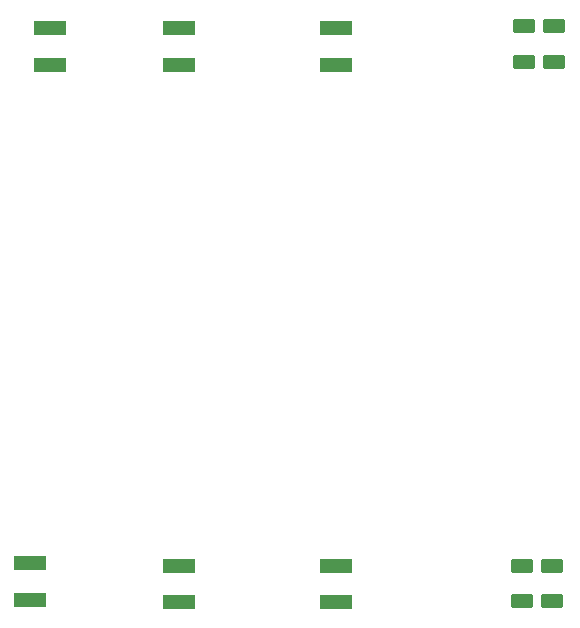
<source format=gbp>
G04*
G04 #@! TF.GenerationSoftware,Altium Limited,Altium Designer,21.3.2 (30)*
G04*
G04 Layer_Color=128*
%FSTAX24Y24*%
%MOIN*%
G70*
G04*
G04 #@! TF.SameCoordinates,B67C6306-A56B-4E52-B5C8-3BB335875088*
G04*
G04*
G04 #@! TF.FilePolarity,Positive*
G04*
G01*
G75*
G04:AMPARAMS|DCode=18|XSize=47.2mil|YSize=70.9mil|CornerRadius=4.7mil|HoleSize=0mil|Usage=FLASHONLY|Rotation=270.000|XOffset=0mil|YOffset=0mil|HoleType=Round|Shape=RoundedRectangle|*
%AMROUNDEDRECTD18*
21,1,0.0472,0.0614,0,0,270.0*
21,1,0.0378,0.0709,0,0,270.0*
1,1,0.0094,-0.0307,-0.0189*
1,1,0.0094,-0.0307,0.0189*
1,1,0.0094,0.0307,0.0189*
1,1,0.0094,0.0307,-0.0189*
%
%ADD18ROUNDEDRECTD18*%
%ADD41R,0.1102X0.0512*%
D18*
X07995Y046219D02*
D03*
Y0474D02*
D03*
X0799Y029431D02*
D03*
Y02825D02*
D03*
X0789D02*
D03*
Y029431D02*
D03*
X07895Y0474D02*
D03*
Y046219D02*
D03*
D41*
X06315Y04735D02*
D03*
Y04613D02*
D03*
X0625Y02828D02*
D03*
Y0295D02*
D03*
X06745Y02942D02*
D03*
Y0282D02*
D03*
X0727Y02942D02*
D03*
Y0282D02*
D03*
Y04613D02*
D03*
Y04735D02*
D03*
X06745Y04613D02*
D03*
Y04735D02*
D03*
M02*

</source>
